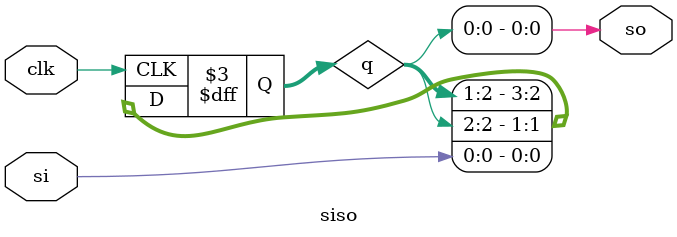
<source format=v>
`timescale 1ns / 1ps


module siso(
    input clk,
    input si,
    output so
    );
    reg [0:3]q=0;
    
    always @(posedge clk)
    begin
    
        q[3]<=si;
        q[2]<=q[2];
        q[1]<=q[2];
        q[0]<=q[1];
        
    
    
    end 
        assign so=q[0];
    
endmodule














</source>
